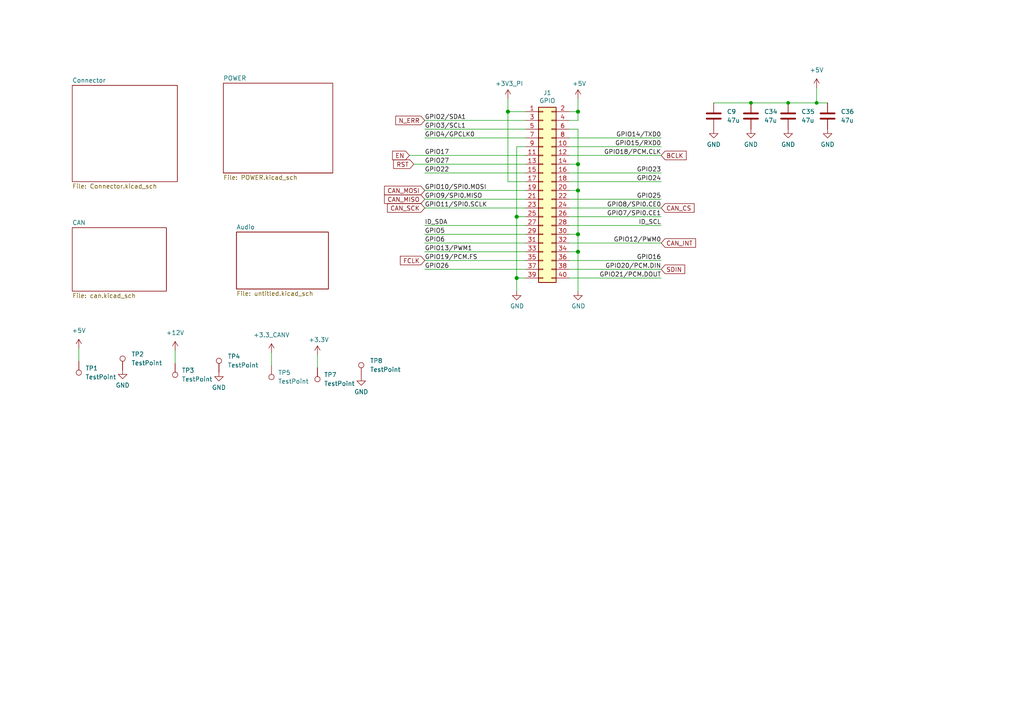
<source format=kicad_sch>
(kicad_sch (version 20231120) (generator "eeschema") (generator_version "8.0")
  (paper "A4")
  (lib_symbols
    (symbol "Connector:TestPoint" (pin_numbers hide) (pin_names (offset 0.762) hide)
      (property "Reference" "TP" (at 0 6.858 0))
      (property "Value" "TestPoint" (at 0 5.08 0))
      (symbol "TestPoint_0_1"
        (circle (center 0 3.302) (radius 0.762))
      )
      (symbol "TestPoint_1_1"
        (pin passive line (at 0 0 90) (length 2.54) (name "1") (number "1"))
      )
    )
    (symbol "Connector_Generic:Conn_02x20_Odd_Even" (pin_names (offset 1.016) hide)
      (property "Reference" "J" (at 1.27 25.4 0))
      (property "Value" "Conn_02x20_Odd_Even" (at 1.27 -27.94 0))
      (symbol "Conn_02x20_Odd_Even_1_1"
        (rectangle (start -1.27 -25.273) (end 0 -25.527) (stroke (width 0.1524)))
        (rectangle (start -1.27 -22.733) (end 0 -22.987) (stroke (width 0.1524)))
        (rectangle (start -1.27 -20.193) (end 0 -20.447) (stroke (width 0.1524)))
        (rectangle (start -1.27 -17.653) (end 0 -17.907) (stroke (width 0.1524)))
        (rectangle (start -1.27 -15.113) (end 0 -15.367) (stroke (width 0.1524)))
        (rectangle (start -1.27 -12.573) (end 0 -12.827) (stroke (width 0.1524)))
        (rectangle (start -1.27 -10.033) (end 0 -10.287) (stroke (width 0.1524)))
        (rectangle (start -1.27 -7.493) (end 0 -7.747) (stroke (width 0.1524)))
        (rectangle (start -1.27 -4.953) (end 0 -5.207) (stroke (width 0.1524)))
        (rectangle (start -1.27 -2.413) (end 0 -2.667) (stroke (width 0.1524)))
        (rectangle (start -1.27 0.127) (end 0 -0.127) (stroke (width 0.1524)))
        (rectangle (start -1.27 2.667) (end 0 2.413) (stroke (width 0.1524)))
        (rectangle (start -1.27 5.207) (end 0 4.953) (stroke (width 0.1524)))
        (rectangle (start -1.27 7.747) (end 0 7.493) (stroke (width 0.1524)))
        (rectangle (start -1.27 10.287) (end 0 10.033) (stroke (width 0.1524)))
        (rectangle (start -1.27 12.827) (end 0 12.573) (stroke (width 0.1524)))
        (rectangle (start -1.27 15.367) (end 0 15.113) (stroke (width 0.1524)))
        (rectangle (start -1.27 17.907) (end 0 17.653) (stroke (width 0.1524)))
        (rectangle (start -1.27 20.447) (end 0 20.193) (stroke (width 0.1524)))
        (rectangle (start -1.27 22.987) (end 0 22.733) (stroke (width 0.1524)))
        (rectangle (start -1.27 24.13) (end 3.81 -26.67) (stroke (width 0.254)) (fill (type background)))
        (rectangle (start 3.81 -25.273) (end 2.54 -25.527) (stroke (width 0.1524)))
        (rectangle (start 3.81 -22.733) (end 2.54 -22.987) (stroke (width 0.1524)))
        (rectangle (start 3.81 -20.193) (end 2.54 -20.447) (stroke (width 0.1524)))
        (rectangle (start 3.81 -17.653) (end 2.54 -17.907) (stroke (width 0.1524)))
        (rectangle (start 3.81 -15.113) (end 2.54 -15.367) (stroke (width 0.1524)))
        (rectangle (start 3.81 -12.573) (end 2.54 -12.827) (stroke (width 0.1524)))
        (rectangle (start 3.81 -10.033) (end 2.54 -10.287) (stroke (width 0.1524)))
        (rectangle (start 3.81 -7.493) (end 2.54 -7.747) (stroke (width 0.1524)))
        (rectangle (start 3.81 -4.953) (end 2.54 -5.207) (stroke (width 0.1524)))
        (rectangle (start 3.81 -2.413) (end 2.54 -2.667) (stroke (width 0.1524)))
        (rectangle (start 3.81 0.127) (end 2.54 -0.127) (stroke (width 0.1524)))
        (rectangle (start 3.81 2.667) (end 2.54 2.413) (stroke (width 0.1524)))
        (rectangle (start 3.81 5.207) (end 2.54 4.953) (stroke (width 0.1524)))
        (rectangle (start 3.81 7.747) (end 2.54 7.493) (stroke (width 0.1524)))
        (rectangle (start 3.81 10.287) (end 2.54 10.033) (stroke (width 0.1524)))
        (rectangle (start 3.81 12.827) (end 2.54 12.573) (stroke (width 0.1524)))
        (rectangle (start 3.81 15.367) (end 2.54 15.113) (stroke (width 0.1524)))
        (rectangle (start 3.81 17.907) (end 2.54 17.653) (stroke (width 0.1524)))
        (rectangle (start 3.81 20.447) (end 2.54 20.193) (stroke (width 0.1524)))
        (rectangle (start 3.81 22.987) (end 2.54 22.733) (stroke (width 0.1524)))
        (pin passive line (at -5.08 22.86 0) (length 3.81) (name "Pin_1") (number "1"))
        (pin passive line (at 7.62 12.7 180) (length 3.81) (name "Pin_10") (number "10"))
        (pin passive line (at -5.08 10.16 0) (length 3.81) (name "Pin_11") (number "11"))
        (pin passive line (at 7.62 10.16 180) (length 3.81) (name "Pin_12") (number "12"))
        (pin passive line (at -5.08 7.62 0) (length 3.81) (name "Pin_13") (number "13"))
        (pin passive line (at 7.62 7.62 180) (length 3.81) (name "Pin_14") (number "14"))
        (pin passive line (at -5.08 5.08 0) (length 3.81) (name "Pin_15") (number "15"))
        (pin passive line (at 7.62 5.08 180) (length 3.81) (name "Pin_16") (number "16"))
        (pin passive line (at -5.08 2.54 0) (length 3.81) (name "Pin_17") (number "17"))
        (pin passive line (at 7.62 2.54 180) (length 3.81) (name "Pin_18") (number "18"))
        (pin passive line (at -5.08 0 0) (length 3.81) (name "Pin_19") (number "19"))
        (pin passive line (at 7.62 22.86 180) (length 3.81) (name "Pin_2") (number "2"))
        (pin passive line (at 7.62 0 180) (length 3.81) (name "Pin_20") (number "20"))
        (pin passive line (at -5.08 -2.54 0) (length 3.81) (name "Pin_21") (number "21"))
        (pin passive line (at 7.62 -2.54 180) (length 3.81) (name "Pin_22") (number "22"))
        (pin passive line (at -5.08 -5.08 0) (length 3.81) (name "Pin_23") (number "23"))
        (pin passive line (at 7.62 -5.08 180) (length 3.81) (name "Pin_24") (number "24"))
        (pin passive line (at -5.08 -7.62 0) (length 3.81) (name "Pin_25") (number "25"))
        (pin passive line (at 7.62 -7.62 180) (length 3.81) (name "Pin_26") (number "26"))
        (pin passive line (at -5.08 -10.16 0) (length 3.81) (name "Pin_27") (number "27"))
        (pin passive line (at 7.62 -10.16 180) (length 3.81) (name "Pin_28") (number "28"))
        (pin passive line (at -5.08 -12.7 0) (length 3.81) (name "Pin_29") (number "29"))
        (pin passive line (at -5.08 20.32 0) (length 3.81) (name "Pin_3") (number "3"))
        (pin passive line (at 7.62 -12.7 180) (length 3.81) (name "Pin_30") (number "30"))
        (pin passive line (at -5.08 -15.24 0) (length 3.81) (name "Pin_31") (number "31"))
        (pin passive line (at 7.62 -15.24 180) (length 3.81) (name "Pin_32") (number "32"))
        (pin passive line (at -5.08 -17.78 0) (length 3.81) (name "Pin_33") (number "33"))
        (pin passive line (at 7.62 -17.78 180) (length 3.81) (name "Pin_34") (number "34"))
        (pin passive line (at -5.08 -20.32 0) (length 3.81) (name "Pin_35") (number "35"))
        (pin passive line (at 7.62 -20.32 180) (length 3.81) (name "Pin_36") (number "36"))
        (pin passive line (at -5.08 -22.86 0) (length 3.81) (name "Pin_37") (number "37"))
        (pin passive line (at 7.62 -22.86 180) (length 3.81) (name "Pin_38") (number "38"))
        (pin passive line (at -5.08 -25.4 0) (length 3.81) (name "Pin_39") (number "39"))
        (pin passive line (at 7.62 20.32 180) (length 3.81) (name "Pin_4") (number "4"))
        (pin passive line (at 7.62 -25.4 180) (length 3.81) (name "Pin_40") (number "40"))
        (pin passive line (at -5.08 17.78 0) (length 3.81) (name "Pin_5") (number "5"))
        (pin passive line (at 7.62 17.78 180) (length 3.81) (name "Pin_6") (number "6"))
        (pin passive line (at -5.08 15.24 0) (length 3.81) (name "Pin_7") (number "7"))
        (pin passive line (at 7.62 15.24 180) (length 3.81) (name "Pin_8") (number "8"))
        (pin passive line (at -5.08 12.7 0) (length 3.81) (name "Pin_9") (number "9"))
      )
    )
    (symbol "Device:C" (pin_numbers hide) (pin_names (offset 0.254))
      (property "Reference" "C" (at 0.635 2.54 0))
      (property "Value" "C" (at 0.635 -2.54 0))
      (symbol "C_0_1"
        (polyline (pts (xy -2.032 -0.762) (xy 2.032 -0.762)) (stroke (width 0.508)))
        (polyline (pts (xy -2.032 0.762) (xy 2.032 0.762)) (stroke (width 0.508)))
      )
      (symbol "C_1_1"
        (pin passive line (at 0 3.81 270) (length 2.794) (name "~") (number "1"))
        (pin passive line (at 0 -3.81 90) (length 2.794) (name "~") (number "2"))
      )
    )
    (symbol "power:+12V" (power) (pin_numbers hide) (pin_names (offset 0) hide)
      (property "Value" "+12V" (at 0 3.556 0))
      (symbol "+12V_0_1"
        (polyline (pts (xy -0.762 1.27) (xy 0 2.54)))
        (polyline (pts (xy 0 0) (xy 0 2.54)))
        (polyline (pts (xy 0 2.54) (xy 0.762 1.27)))
      )
      (symbol "+12V_1_1"
        (pin power_in line (at 0 0 90) (length 0) (name "~") (number "1"))
      )
    )
    (symbol "power:+3.3V" (power) (pin_names (offset 0))
      (property "Value" "+3.3V" (at 0 3.556 0))
      (symbol "+3.3V_0_1"
        (polyline (pts (xy -0.762 1.27) (xy 0 2.54)))
        (polyline (pts (xy 0 0) (xy 0 2.54)))
        (polyline (pts (xy 0 2.54) (xy 0.762 1.27)))
      )
      (symbol "+3.3V_1_1"
        (pin power_in line (at 0 0 90) (length 0) hide (name "+3V3") (number "1"))
      )
    )
    (symbol "power:+5V" (power) (pin_names (offset 0))
      (property "Value" "+5V" (at 0 3.556 0))
      (symbol "+5V_0_1"
        (polyline (pts (xy -0.762 1.27) (xy 0 2.54)))
        (polyline (pts (xy 0 0) (xy 0 2.54)))
        (polyline (pts (xy 0 2.54) (xy 0.762 1.27)))
      )
      (symbol "+5V_1_1"
        (pin power_in line (at 0 0 90) (length 0) hide (name "+5V") (number "1"))
      )
    )
    (symbol "power:GND" (power) (pin_names (offset 0))
      (property "Value" "GND" (at 0 -3.81 0))
      (symbol "GND_0_1"
        (polyline (pts (xy 0 0) (xy 0 -1.27) (xy 1.27 -1.27) (xy 0 -2.54) (xy -1.27 -1.27) (xy 0 -1.27)))
      )
      (symbol "GND_1_1"
        (pin power_in line (at 0 0 270) (length 0) hide (name "GND") (number "1"))
      )
    )
  )
  (junction (at 167.64 67.945) (diameter 1.016))
  (junction (at 236.855 29.845))
  (junction (at 167.64 73.025) (diameter 1.016))
  (junction (at 167.64 47.625) (diameter 1.016))
  (junction (at 228.6 29.845))
  (junction (at 149.86 62.865) (diameter 1.016))
  (junction (at 149.86 80.645) (diameter 1.016))
  (junction (at 167.64 32.385) (diameter 1.016))
  (junction (at 167.64 55.245) (diameter 1.016))
  (junction (at 147.32 32.385) (diameter 1.016))
  (junction (at 217.805 29.845))
  (wire (pts (xy 165.1 40.005) (xy 191.77 40.005)))
  (wire (pts (xy 165.1 78.105) (xy 191.77 78.105)))
  (wire (pts (xy 236.855 29.845) (xy 236.855 25.4)))
  (wire (pts (xy 165.1 42.545) (xy 191.77 42.545)))
  (wire (pts (xy 123.19 50.165) (xy 152.4 50.165)))
  (wire (pts (xy 165.1 75.565) (xy 191.77 75.565)))
  (wire (pts (xy 147.32 28.575) (xy 147.32 32.385)))
  (wire (pts (xy 165.1 45.085) (xy 191.77 45.085)))
  (wire (pts (xy 167.64 55.245) (xy 167.64 67.945)))
  (wire (pts (xy 165.1 50.165) (xy 191.77 50.165)))
  (wire (pts (xy 149.86 62.865) (xy 149.86 80.645)))
  (wire (pts (xy 22.86 100.965) (xy 22.86 104.775)))
  (wire (pts (xy 167.64 37.465) (xy 167.64 47.625)))
  (wire (pts (xy 149.86 80.645) (xy 149.86 84.455)))
  (wire (pts (xy 167.64 73.025) (xy 167.64 84.455)))
  (wire (pts (xy 147.32 32.385) (xy 147.32 52.705)))
  (wire (pts (xy 167.64 32.385) (xy 165.1 32.385)))
  (wire (pts (xy 123.19 75.565) (xy 152.4 75.565)))
  (wire (pts (xy 167.64 47.625) (xy 167.64 55.245)))
  (wire (pts (xy 165.1 57.785) (xy 191.77 57.785)))
  (wire (pts (xy 165.1 60.325) (xy 191.77 60.325)))
  (wire (pts (xy 147.32 52.705) (xy 152.4 52.705)))
  (wire (pts (xy 123.19 78.105) (xy 152.4 78.105)))
  (wire (pts (xy 152.4 65.405) (xy 123.19 65.405)))
  (wire (pts (xy 50.8 101.6) (xy 50.8 105.41)))
  (wire (pts (xy 165.1 65.405) (xy 191.77 65.405)))
  (wire (pts (xy 123.19 67.945) (xy 152.4 67.945)))
  (wire (pts (xy 165.1 70.485) (xy 191.77 70.485)))
  (wire (pts (xy 123.19 57.785) (xy 152.4 57.785)))
  (wire (pts (xy 165.1 62.865) (xy 191.77 62.865)))
  (wire (pts (xy 167.64 34.925) (xy 165.1 34.925)))
  (wire (pts (xy 152.4 73.025) (xy 123.19 73.025)))
  (wire (pts (xy 123.19 34.925) (xy 152.4 34.925)))
  (wire (pts (xy 92.075 102.87) (xy 92.075 106.68)))
  (wire (pts (xy 120.015 47.625) (xy 152.4 47.625)))
  (wire (pts (xy 152.4 55.245) (xy 123.19 55.245)))
  (wire (pts (xy 123.19 40.005) (xy 152.4 40.005)))
  (wire (pts (xy 165.1 80.645) (xy 191.77 80.645)))
  (wire (pts (xy 149.86 80.645) (xy 152.4 80.645)))
  (wire (pts (xy 167.64 67.945) (xy 167.64 73.025)))
  (wire (pts (xy 167.64 32.385) (xy 167.64 34.925)))
  (wire (pts (xy 167.64 73.025) (xy 165.1 73.025)))
  (wire (pts (xy 149.86 62.865) (xy 152.4 62.865)))
  (wire (pts (xy 167.64 28.575) (xy 167.64 32.385)))
  (wire (pts (xy 78.74 102.235) (xy 78.74 106.045)))
  (wire (pts (xy 228.6 29.845) (xy 236.855 29.845)))
  (wire (pts (xy 123.19 37.465) (xy 152.4 37.465)))
  (wire (pts (xy 167.64 55.245) (xy 165.1 55.245)))
  (wire (pts (xy 123.19 70.485) (xy 152.4 70.485)))
  (wire (pts (xy 167.64 67.945) (xy 165.1 67.945)))
  (wire (pts (xy 118.745 45.085) (xy 152.4 45.085)))
  (wire (pts (xy 167.64 47.625) (xy 165.1 47.625)))
  (wire (pts (xy 123.19 60.325) (xy 152.4 60.325)))
  (wire (pts (xy 149.86 42.545) (xy 149.86 62.865)))
  (wire (pts (xy 147.32 32.385) (xy 152.4 32.385)))
  (wire (pts (xy 217.805 29.845) (xy 228.6 29.845)))
  (wire (pts (xy 165.1 52.705) (xy 191.77 52.705)))
  (wire (pts (xy 240.03 29.845) (xy 236.855 29.845)))
  (wire (pts (xy 149.86 42.545) (xy 152.4 42.545)))
  (wire (pts (xy 207.01 29.845) (xy 217.805 29.845)))
  (wire (pts (xy 167.64 37.465) (xy 165.1 37.465)))
  (label "GPIO19{slash}PCM.FS" (at 123.19 75.565 0))
  (label "GPIO15{slash}RXD0" (at 191.77 42.545 180))
  (label "GPIO18{slash}PCM.CLK" (at 191.77 45.085 180))
  (label "ID_SDA" (at 123.19 65.405 0))
  (label "GPIO14{slash}TXD0" (at 191.77 40.005 180))
  (label "GPIO22" (at 123.19 50.165 0))
  (label "GPIO21{slash}PCM.DOUT" (at 191.77 80.645 180))
  (label "GPIO8{slash}SPI0.CE0" (at 191.77 60.325 180))
  (label "GPIO27" (at 123.19 47.625 0))
  (label "GPIO23" (at 191.77 50.165 180))
  (label "GPIO12{slash}PWM0" (at 191.77 70.485 180))
  (label "GPIO24" (at 191.77 52.705 180))
  (label "GPIO9{slash}SPI0.MISO" (at 123.19 57.785 0))
  (label "GPIO4{slash}GPCLK0" (at 123.19 40.005 0))
  (label "GPIO16" (at 191.77 75.565 180))
  (label "GPIO10{slash}SPI0.MOSI" (at 123.19 55.245 0))
  (label "GPIO13{slash}PWM1" (at 123.19 73.025 0))
  (label "GPIO17" (at 123.19 45.085 0))
  (label "GPIO3{slash}SCL1" (at 123.19 37.465 0))
  (label "GPIO11{slash}SPI0.SCLK" (at 123.19 60.325 0))
  (label "GPIO20{slash}PCM.DIN" (at 191.77 78.105 180))
  (label "ID_SCL" (at 191.77 65.405 180))
  (label "GPIO2{slash}SDA1" (at 123.19 34.925 0))
  (label "GPIO6" (at 123.19 70.485 0))
  (label "GPIO25" (at 191.77 57.785 180))
  (label "GPIO26" (at 123.19 78.105 0))
  (label "GPIO7{slash}SPI0.CE1" (at 191.77 62.865 180))
  (label "GPIO5" (at 123.19 67.945 0))
  (global_label "RST" (shape input) (at 120.015 47.625 180) (property "Intersheetrefs" "${INTERSHEET_REFS}" (effects (hide yes))))
  (global_label "EN" (shape input) (at 118.745 45.085 180) (property "Intersheetrefs" "${INTERSHEET_REFS}" (effects (hide yes))))
  (global_label "CAN_MOSI" (shape input) (at 123.19 55.245 180) (property "Intersheetrefs" "${INTERSHEET_REFS}" (effects (hide yes))))
  (global_label "CAN_SCK" (shape input) (at 123.19 60.325 180) (property "Intersheetrefs" "${INTERSHEET_REFS}" (effects (hide yes))))
  (global_label "CAN_CS" (shape input) (at 191.77 60.325 0) (property "Intersheetrefs" "${INTERSHEET_REFS}" (effects (hide yes))))
  (global_label "CAN_INT" (shape input) (at 191.77 70.485 0) (property "Intersheetrefs" "${INTERSHEET_REFS}" (effects (hide yes))))
  (global_label "N_ERR" (shape input) (at 123.19 34.925 180) (property "Intersheetrefs" "${INTERSHEET_REFS}" (effects (hide yes))))
  (global_label "FCLK" (shape input) (at 123.19 75.565 180) (property "Intersheetrefs" "${INTERSHEET_REFS}" (effects (hide yes))))
  (global_label "SDIN" (shape input) (at 191.77 78.105 0) (property "Intersheetrefs" "${INTERSHEET_REFS}" (effects (hide yes))))
  (global_label "CAN_MISO" (shape input) (at 123.19 57.785 180) (property "Intersheetrefs" "${INTERSHEET_REFS}" (effects (hide yes))))
  (global_label "BCLK" (shape input) (at 191.77 45.085 0) (property "Intersheetrefs" "${INTERSHEET_REFS}" (effects (hide yes))))
  (symbol (lib_id "power:GND") (at 228.6 37.465 0) (unit 1)
    (property "Reference" "#PWR069" (effects (hide yes)))
    (property "Value" "GND" (at 228.6 41.91 0))
    (property "Description" "Power symbol creates a global label with name \"GND\" , ground" (effects (hide yes)))
  )
  (symbol (lib_id "power:GND") (at 63.5 107.95 0) (unit 1)
    (property "Reference" "#PWR081" (effects (hide yes)))
    (property "Value" "GND" (at 63.5 112.395 0))
    (property "Description" "Power symbol creates a global label with name \"GND\" , ground" (effects (hide yes)))
  )
  (symbol (lib_id "Connector:TestPoint") (at 104.775 109.22 0) (unit 1)
    (property "Reference" "TP8" (at 107.315 104.6479 0) (effects (justify left)))
    (property "Value" "TestPoint" (at 107.315 107.1879 0) (effects (justify left)))
    (property "Footprint" "TestPoint:TestPoint_Pad_2.5x2.5mm" (effects (hide yes)))
    (property "Description" "test point" (effects (hide yes)))
  )
  (symbol (lib_id "Device:C") (at 228.6 33.655 0) (unit 1)
    (property "Reference" "C35" (at 232.41 32.3849 0) (effects (justify left)))
    (property "Value" "47u" (at 232.41 34.9249 0) (effects (justify left)))
    (property "Footprint" "Capacitor_SMD:C_0805_2012Metric_Pad1.18x1.45mm_HandSolder" (effects (hide yes)))
    (property "Description" "Unpolarized capacitor" (effects (hide yes)))
  )
  (symbol (lib_id "Connector:TestPoint") (at 50.8 105.41 180) (unit 1)
    (property "Reference" "TP3" (at 52.705 107.4419 0) (effects (justify right)))
    (property "Value" "TestPoint" (at 52.705 109.9819 0) (effects (justify right)))
    (property "Footprint" "TestPoint:TestPoint_Pad_2.5x2.5mm" (effects (hide yes)))
    (property "Description" "test point" (effects (hide yes)))
  )
  (symbol (lib_id "power:+3.3V") (at 147.32 28.575 0) (unit 1)
    (property "Reference" "#PWR04" (effects (hide yes)))
    (property "Value" "+3V3_PI" (at 147.6883 24.2506 0))
  )
  (symbol (lib_id "power:GND") (at 240.03 37.465 0) (unit 1)
    (property "Reference" "#PWR071" (effects (hide yes)))
    (property "Value" "GND" (at 240.03 41.91 0))
    (property "Description" "Power symbol creates a global label with name \"GND\" , ground" (effects (hide yes)))
  )
  (symbol (lib_id "Connector_Generic:Conn_02x20_Odd_Even") (at 157.48 55.245 0) (unit 1)
    (property "Reference" "J1" (at 158.75 26.9048 0))
    (property "Value" "GPIO" (at 158.75 29.21 0))
    (property "Footprint" "Connector_PinSocket_2.54mm:PinSocket_2x20_P2.54mm_Vertical" (effects (hide yes)))
  )
  (symbol (lib_id "Connector:TestPoint") (at 78.74 106.045 180) (unit 1)
    (property "Reference" "TP5" (at 80.645 108.0769 0) (effects (justify right)))
    (property "Value" "TestPoint" (at 80.645 110.6169 0) (effects (justify right)))
    (property "Footprint" "TestPoint:TestPoint_Pad_2.5x2.5mm" (effects (hide yes)))
    (property "Description" "test point" (effects (hide yes)))
  )
  (symbol (lib_id "power:+3.3V") (at 92.075 102.87 0) (unit 1)
    (property "Reference" "#PWR083" (effects (hide yes)))
    (property "Value" "+3.3V" (at 92.4433 98.5456 0))
  )
  (symbol (lib_id "power:+12V") (at 236.855 25.4 0) (unit 1)
    (property "Reference" "#PWR070" (effects (hide yes)))
    (property "Value" "+5V" (at 236.855 20.32 0))
    (property "Description" "Power symbol creates a global label with name \"+12V\"" (effects (hide yes)))
  )
  (symbol (lib_id "power:GND") (at 217.805 37.465 0) (unit 1)
    (property "Reference" "#PWR068" (effects (hide yes)))
    (property "Value" "GND" (at 217.805 41.91 0))
    (property "Description" "Power symbol creates a global label with name \"GND\" , ground" (effects (hide yes)))
  )
  (symbol (lib_id "Connector:TestPoint") (at 22.86 104.775 180) (unit 1)
    (property "Reference" "TP1" (at 24.765 106.8069 0) (effects (justify right)))
    (property "Value" "TestPoint" (at 24.765 109.3469 0) (effects (justify right)))
    (property "Footprint" "TestPoint:TestPoint_Pad_2.5x2.5mm" (effects (hide yes)))
    (property "Description" "test point" (effects (hide yes)))
  )
  (symbol (lib_id "power:+3.3V") (at 78.74 102.235 0) (unit 1)
    (property "Reference" "#PWR082" (effects (hide yes)))
    (property "Value" "+3.3_CANV" (at 78.74 97.155 0))
  )
  (symbol (lib_id "power:GND") (at 207.01 37.465 0) (unit 1)
    (property "Reference" "#PWR067" (effects (hide yes)))
    (property "Value" "GND" (at 207.01 41.91 0))
    (property "Description" "Power symbol creates a global label with name \"GND\" , ground" (effects (hide yes)))
  )
  (symbol (lib_id "power:GND") (at 167.64 84.455 0) (unit 1)
    (property "Reference" "#PWR023" (effects (hide yes)))
    (property "Value" "GND" (at 167.7543 88.7794 0))
  )
  (symbol (lib_id "power:GND") (at 149.86 84.455 0) (unit 1)
    (property "Reference" "#PWR05" (effects (hide yes)))
    (property "Value" "GND" (at 149.9743 88.7794 0))
  )
  (symbol (lib_id "power:+5V") (at 167.64 28.575 0) (unit 1)
    (property "Reference" "#PWR06" (effects (hide yes)))
    (property "Value" "+5V" (at 168.0083 24.2506 0))
  )
  (symbol (lib_id "Device:C") (at 217.805 33.655 0) (unit 1)
    (property "Reference" "C34" (at 221.615 32.3849 0) (effects (justify left)))
    (property "Value" "47u" (at 221.615 34.9249 0) (effects (justify left)))
    (property "Footprint" "Capacitor_SMD:C_0805_2012Metric_Pad1.18x1.45mm_HandSolder" (effects (hide yes)))
    (property "Description" "Unpolarized capacitor" (effects (hide yes)))
  )
  (symbol (lib_id "Connector:TestPoint") (at 92.075 106.68 180) (unit 1)
    (property "Reference" "TP7" (at 93.98 108.7119 0) (effects (justify right)))
    (property "Value" "TestPoint" (at 93.98 111.2519 0) (effects (justify right)))
    (property "Footprint" "TestPoint:TestPoint_Pad_2.5x2.5mm" (effects (hide yes)))
    (property "Description" "test point" (effects (hide yes)))
  )
  (symbol (lib_id "power:GND") (at 104.775 109.22 0) (unit 1)
    (property "Reference" "#PWR086" (effects (hide yes)))
    (property "Value" "GND" (at 104.775 113.665 0))
    (property "Description" "Power symbol creates a global label with name \"GND\" , ground" (effects (hide yes)))
  )
  (symbol (lib_id "power:+12V") (at 22.86 100.965 0) (unit 1)
    (property "Reference" "#PWR078" (effects (hide yes)))
    (property "Value" "+5V" (at 22.86 95.885 0))
    (property "Description" "Power symbol creates a global label with name \"+12V\"" (effects (hide yes)))
  )
  (symbol (lib_id "power:+12V") (at 50.8 101.6 0) (unit 1)
    (property "Reference" "#PWR080" (effects (hide yes)))
    (property "Value" "+12V" (at 50.8 96.52 0))
    (property "Description" "Power symbol creates a global label with name \"+12V\"" (effects (hide yes)))
  )
  (symbol (lib_id "power:GND") (at 35.56 107.315 0) (unit 1)
    (property "Reference" "#PWR079" (effects (hide yes)))
    (property "Value" "GND" (at 35.56 111.76 0))
    (property "Description" "Power symbol creates a global label with name \"GND\" , ground" (effects (hide yes)))
  )
  (symbol (lib_id "Device:C") (at 240.03 33.655 0) (unit 1)
    (property "Reference" "C36" (at 243.84 32.3849 0) (effects (justify left)))
    (property "Value" "47u" (at 243.84 34.9249 0) (effects (justify left)))
    (property "Footprint" "Capacitor_SMD:C_0805_2012Metric_Pad1.18x1.45mm_HandSolder" (effects (hide yes)))
    (property "Description" "Unpolarized capacitor" (effects (hide yes)))
  )
  (symbol (lib_id "Connector:TestPoint") (at 35.56 107.315 0) (unit 1)
    (property "Reference" "TP2" (at 38.1 102.7429 0) (effects (justify left)))
    (property "Value" "TestPoint" (at 38.1 105.2829 0) (effects (justify left)))
    (property "Footprint" "TestPoint:TestPoint_Pad_2.5x2.5mm" (effects (hide yes)))
    (property "Description" "test point" (effects (hide yes)))
  )
  (symbol (lib_id "Connector:TestPoint") (at 63.5 107.95 0) (unit 1)
    (property "Reference" "TP4" (at 66.04 103.3779 0) (effects (justify left)))
    (property "Value" "TestPoint" (at 66.04 105.9179 0) (effects (justify left)))
    (property "Footprint" "TestPoint:TestPoint_Pad_2.5x2.5mm" (effects (hide yes)))
    (property "Description" "test point" (effects (hide yes)))
  )
  (symbol (lib_id "Device:C") (at 207.01 33.655 0) (unit 1)
    (property "Reference" "C9" (at 210.82 32.3849 0) (effects (justify left)))
    (property "Value" "47u" (at 210.82 34.9249 0) (effects (justify left)))
    (property "Footprint" "Capacitor_SMD:C_0805_2012Metric_Pad1.18x1.45mm_HandSolder" (effects (hide yes)))
    (property "Description" "Unpolarized capacitor" (effects (hide yes)))
  )
  (sheet (at 20.955 24.765) (size 30.48 27.94) (stroke (width 0.1524))
    (property "Sheetname" "Connector" (at 20.955 24.0534 0) (effects (justify left bottom)))
    (property "Sheetfile" "Connector.kicad_sch" (at 20.955 53.2896 0) (effects (justify left top)))
  )
  (sheet (at 20.955 66.04) (size 27.305 18.415) (stroke (width 0.1524))
    (property "Sheetname" "CAN" (at 20.955 65.3284 0) (effects (justify left bottom)))
    (property "Sheetfile" "can.kicad_sch" (at 20.955 85.0396 0) (effects (justify left top)))
  )
  (sheet (at 64.77 24.13) (size 31.75 26.035) (stroke (width 0.1524))
    (property "Sheetname" "POWER" (at 64.77 23.4184 0) (effects (justify left bottom)))
    (property "Sheetfile" "POWER.kicad_sch" (at 64.77 50.7496 0) (effects (justify left top)))
  )
  (sheet (at 68.58 67.31) (size 26.67 16.51) (stroke (width 0.1524))
    (property "Sheetname" "Audio" (at 68.58 66.5984 0) (effects (justify left bottom)))
    (property "Sheetfile" "untitled.kicad_sch" (at 68.58 84.4046 0) (effects (justify left top)))
  )
)
</source>
